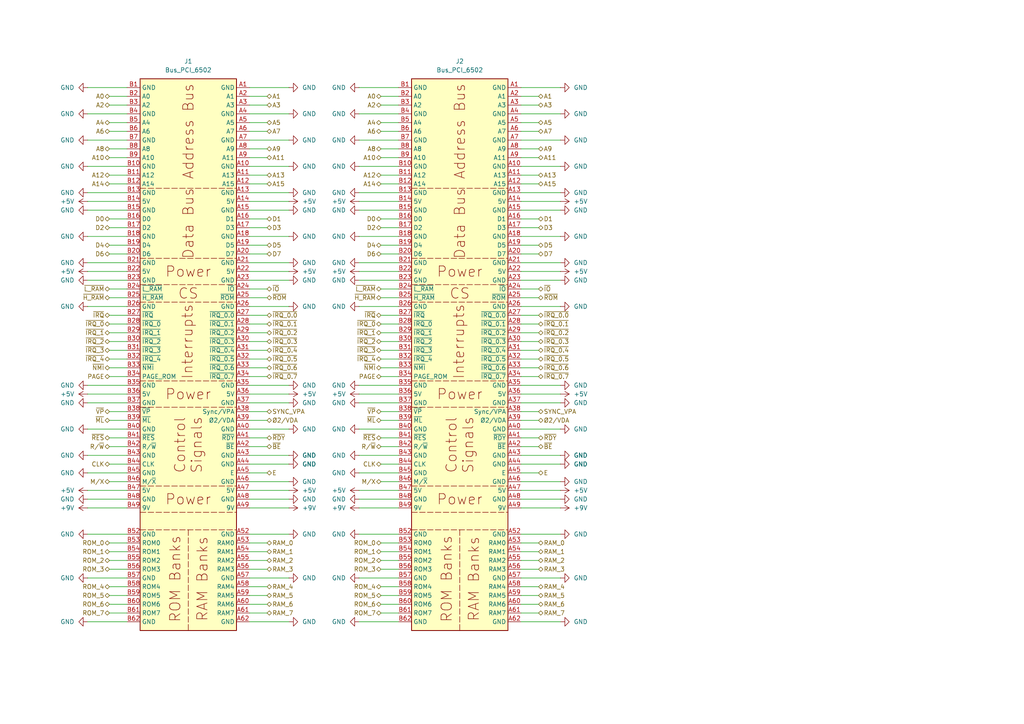
<source format=kicad_sch>
(kicad_sch (version 20231120) (generator "eeschema") (generator_version "8.0")
  (paper "A4")
  (lib_symbols
    (symbol "6502:Bus_PCI_6502"
      (property "Reference" "J" (at 5.08 80.01 0))
      (property "Value" "Bus_PCI_6502" (at 5.08 -82.55 0))
      (symbol "Bus_PCI_6502_1_1"
        (text "Address Bus" (at 0 63.5 900) (effects (font (size 3 3))))
        (text "Control\nSignals" (at 0 -27.432 900) (effects (font (size 3 3))))
        (text "CS" (at 0 16.51 0) (effects (font (size 3 3))))
        (text "Data Bus" (at 0 36.83 900) (effects (font (size 3 3))))
        (text "Interrupts" (at -0.254 2.54 900) (effects (font (size 3 3))))
        (text "Power" (at 0 -43.18 0) (effects (font (size 3 3))))
        (text "Power" (at 0 -12.7 0) (effects (font (size 3 3))))
        (text "Power" (at 0 22.86 0) (effects (font (size 3 3))))
        (text "RAM Banks" (at 4.064 -66.294 900) (effects (font (size 3 3))))
        (text "ROM Banks" (at -3.81 -66.294 900) (effects (font (size 3 3))))
        (pin power_in line (at 17.78 76.2 180) (length 3.81) (name "GND") (number "A1"))
        (pin power_in line (at 17.78 53.34 180) (length 3.81) (name "GND") (number "A10"))
        (pin bidirectional line (at 17.78 50.8 180) (length 3.81) (name "A13") (number "A11"))
        (pin bidirectional line (at 17.78 48.26 180) (length 3.81) (name "A15") (number "A12"))
        (pin power_in line (at 17.78 45.72 180) (length 3.81) (name "GND") (number "A13"))
        (pin power_in line (at 17.78 43.18 180) (length 3.81) (name "5V") (number "A14"))
        (pin power_in line (at 17.78 40.64 180) (length 3.81) (name "GND") (number "A15"))
        (pin bidirectional line (at 17.78 38.1 180) (length 3.81) (name "D1") (number "A16"))
        (pin bidirectional line (at 17.78 35.56 180) (length 3.81) (name "D3") (number "A17"))
        (pin power_in line (at 17.78 33.02 180) (length 3.81) (name "GND") (number "A18"))
        (pin bidirectional line (at 17.78 30.48 180) (length 3.81) (name "D5") (number "A19"))
        (pin bidirectional line (at 17.78 73.66 180) (length 3.81) (name "A1") (number "A2"))
        (pin bidirectional line (at 17.78 27.94 180) (length 3.81) (name "D7") (number "A20"))
        (pin power_in line (at 17.78 25.4 180) (length 3.81) (name "GND") (number "A21"))
        (pin power_in line (at 17.78 22.86 180) (length 3.81) (name "5V") (number "A22"))
        (pin power_in line (at 17.78 20.32 180) (length 3.81) (name "GND") (number "A23"))
        (pin bidirectional line (at 17.78 17.78 180) (length 3.81) (name "~{IO}") (number "A24"))
        (pin bidirectional line (at 17.78 15.24 180) (length 3.81) (name "~{ROM}") (number "A25"))
        (pin power_in line (at 17.78 12.7 180) (length 3.81) (name "GND") (number "A26"))
        (pin input line (at 17.78 10.16 180) (length 3.81) (name "~{IRQ_0.0}") (number "A27"))
        (pin input line (at 17.78 7.62 180) (length 3.81) (name "~{IRQ_0.1}") (number "A28"))
        (pin input line (at 17.78 5.08 180) (length 3.81) (name "~{IRQ_0.2}") (number "A29"))
        (pin bidirectional line (at 17.78 71.12 180) (length 3.81) (name "A3") (number "A3"))
        (pin input line (at 17.78 2.54 180) (length 3.81) (name "~{IRQ_0.3}") (number "A30"))
        (pin input line (at 17.78 0 180) (length 3.81) (name "~{IRQ_0.4}") (number "A31"))
        (pin input line (at 17.78 -2.54 180) (length 3.81) (name "~{IRQ_0.5}") (number "A32"))
        (pin input line (at 17.78 -5.08 180) (length 3.81) (name "~{IRQ_0.6}") (number "A33"))
        (pin input line (at 17.78 -7.62 180) (length 3.81) (name "~{IRQ_0.7}") (number "A34"))
        (pin power_in line (at 17.78 -10.16 180) (length 3.81) (name "GND") (number "A35"))
        (pin power_in line (at 17.78 -12.7 180) (length 3.81) (name "5V") (number "A36"))
        (pin power_in line (at 17.78 -15.24 180) (length 3.81) (name "GND") (number "A37"))
        (pin bidirectional line (at 17.78 -17.78 180) (length 3.81) (name "Sync/VPA") (number "A38"))
        (pin bidirectional line (at 17.78 -20.32 180) (length 3.81) (name "Ø2/VDA") (number "A39"))
        (pin power_in line (at 17.78 68.58 180) (length 3.81) (name "GND") (number "A4"))
        (pin power_in line (at 17.78 -22.86 180) (length 3.81) (name "GND") (number "A40"))
        (pin input line (at 17.78 -25.4 180) (length 3.81) (name "~{RDY}") (number "A41"))
        (pin input line (at 17.78 -27.94 180) (length 3.81) (name "~{BE}") (number "A42"))
        (pin power_in line (at 17.78 -30.48 180) (length 3.81) (name "GND") (number "A43"))
        (pin power_in line (at 17.78 -33.02 180) (length 3.81) (name "GND") (number "A44"))
        (pin output line (at 17.78 -35.56 180) (length 3.81) (name "E") (number "A45"))
        (pin power_in line (at 17.78 -38.1 180) (length 3.81) (name "GND") (number "A46"))
        (pin power_in line (at 17.78 -40.64 180) (length 3.81) (name "5V") (number "A47"))
        (pin power_in line (at 17.78 -43.18 180) (length 3.81) (name "GND") (number "A48"))
        (pin power_in line (at 17.78 -45.72 180) (length 3.81) (name "9V") (number "A49"))
        (pin bidirectional line (at 17.78 66.04 180) (length 3.81) (name "A5") (number "A5"))
        (pin power_in line (at 17.78 -53.34 180) (length 3.81) (name "GND") (number "A52"))
        (pin bidirectional line (at 17.78 -55.88 180) (length 3.81) (name "RAM0") (number "A53"))
        (pin bidirectional line (at 17.78 -58.42 180) (length 3.81) (name "RAM1") (number "A54"))
        (pin bidirectional line (at 17.78 -60.96 180) (length 3.81) (name "RAM2") (number "A55"))
        (pin bidirectional line (at 17.78 -63.5 180) (length 3.81) (name "RAM3") (number "A56"))
        (pin power_in line (at 17.78 -66.04 180) (length 3.81) (name "GND") (number "A57"))
        (pin bidirectional line (at 17.78 -68.58 180) (length 3.81) (name "RAM4") (number "A58"))
        (pin bidirectional line (at 17.78 -71.12 180) (length 3.81) (name "RAM5") (number "A59"))
        (pin bidirectional line (at 17.78 63.5 180) (length 3.81) (name "A7") (number "A6"))
        (pin bidirectional line (at 17.78 -73.66 180) (length 3.81) (name "RAM6") (number "A60"))
        (pin bidirectional line (at 17.78 -76.2 180) (length 3.81) (name "RAM7") (number "A61"))
        (pin power_in line (at 17.78 -78.74 180) (length 3.81) (name "GND") (number "A62"))
        (pin power_in line (at 17.78 60.96 180) (length 3.81) (name "GND") (number "A7"))
        (pin bidirectional line (at 17.78 58.42 180) (length 3.81) (name "A9") (number "A8"))
        (pin bidirectional line (at 17.78 55.88 180) (length 3.81) (name "A11") (number "A9"))
        (pin power_in line (at -17.78 76.2 0) (length 3.81) (name "GND") (number "B1"))
        (pin power_in line (at -17.78 53.34 0) (length 3.81) (name "GND") (number "B10"))
        (pin bidirectional line (at -17.78 50.8 0) (length 3.81) (name "A12") (number "B11"))
        (pin bidirectional line (at -17.78 48.26 0) (length 3.81) (name "A14") (number "B12"))
        (pin power_in line (at -17.78 45.72 0) (length 3.81) (name "GND") (number "B13"))
        (pin power_in line (at -17.78 43.18 0) (length 3.81) (name "5V") (number "B14"))
        (pin power_in line (at -17.78 40.64 0) (length 3.81) (name "GND") (number "B15"))
        (pin bidirectional line (at -17.78 38.1 0) (length 3.81) (name "D0") (number "B16"))
        (pin bidirectional line (at -17.78 35.56 0) (length 3.81) (name "D2") (number "B17"))
        (pin power_in line (at -17.78 33.02 0) (length 3.81) (name "GND") (number "B18"))
        (pin bidirectional line (at -17.78 30.48 0) (length 3.81) (name "D4") (number "B19"))
        (pin bidirectional line (at -17.78 73.66 0) (length 3.81) (name "A0") (number "B2"))
        (pin bidirectional line (at -17.78 27.94 0) (length 3.81) (name "D6") (number "B20"))
        (pin power_in line (at -17.78 25.4 0) (length 3.81) (name "GND") (number "B21"))
        (pin power_in line (at -17.78 22.86 0) (length 3.81) (name "5V") (number "B22"))
        (pin power_in line (at -17.78 20.32 0) (length 3.81) (name "GND") (number "B23"))
        (pin bidirectional line (at -17.78 17.78 0) (length 3.81) (name "~{L_RAM}") (number "B24"))
        (pin bidirectional line (at -17.78 15.24 0) (length 3.81) (name "~{H_RAM}") (number "B25"))
        (pin power_in line (at -17.78 12.7 0) (length 3.81) (name "GND") (number "B26"))
        (pin input line (at -17.78 10.16 0) (length 3.81) (name "~{IRQ}") (number "B27"))
        (pin input line (at -17.78 7.62 0) (length 3.81) (name "~{IRQ_0}") (number "B28"))
        (pin input line (at -17.78 5.08 0) (length 3.81) (name "~{IRQ_1}") (number "B29"))
        (pin bidirectional line (at -17.78 71.12 0) (length 3.81) (name "A2") (number "B3"))
        (pin input line (at -17.78 2.54 0) (length 3.81) (name "~{IRQ_2}") (number "B30"))
        (pin input line (at -17.78 0 0) (length 3.81) (name "~{IRQ_3}") (number "B31"))
        (pin input line (at -17.78 -2.54 0) (length 3.81) (name "~{IRQ_4}") (number "B32"))
        (pin input line (at -17.78 -5.08 0) (length 3.81) (name "~{NMI}") (number "B33"))
        (pin output line (at -17.78 -7.62 0) (length 3.81) (name "PAGE_ROM") (number "B34"))
        (pin power_in line (at -17.78 -10.16 0) (length 3.81) (name "GND") (number "B35"))
        (pin power_in line (at -17.78 -12.7 0) (length 3.81) (name "5V") (number "B36"))
        (pin power_in line (at -17.78 -15.24 0) (length 3.81) (name "GND") (number "B37"))
        (pin bidirectional line (at -17.78 -17.78 0) (length 3.81) (name "~{VP}") (number "B38"))
        (pin bidirectional line (at -17.78 -20.32 0) (length 3.81) (name "~{ML}") (number "B39"))
        (pin power_in line (at -17.78 68.58 0) (length 3.81) (name "GND") (number "B4"))
        (pin power_in line (at -17.78 -22.86 0) (length 3.81) (name "GND") (number "B40"))
        (pin input line (at -17.78 -25.4 0) (length 3.81) (name "~{RES}") (number "B41"))
        (pin bidirectional line (at -17.78 -27.94 0) (length 3.81) (name "R/~{W}") (number "B42"))
        (pin power_in line (at -17.78 -30.48 0) (length 3.81) (name "GND") (number "B43"))
        (pin bidirectional line (at -17.78 -33.02 0) (length 3.81) (name "CLK") (number "B44"))
        (pin power_in line (at -17.78 -35.56 0) (length 3.81) (name "GND") (number "B45"))
        (pin bidirectional line (at -17.78 -38.1 0) (length 3.81) (name "M/~{X}") (number "B46"))
        (pin power_in line (at -17.78 -40.64 0) (length 3.81) (name "5V") (number "B47"))
        (pin power_in line (at -17.78 -43.18 0) (length 3.81) (name "GND") (number "B48"))
        (pin power_in line (at -17.78 -45.72 0) (length 3.81) (name "9V") (number "B49"))
        (pin bidirectional line (at -17.78 66.04 0) (length 3.81) (name "A4") (number "B5"))
        (pin power_in line (at -17.78 -53.34 0) (length 3.81) (name "GND") (number "B52"))
        (pin bidirectional line (at -17.78 -55.88 0) (length 3.81) (name "ROM0") (number "B53"))
        (pin bidirectional line (at -17.78 -58.42 0) (length 3.81) (name "ROM1") (number "B54"))
        (pin bidirectional line (at -17.78 -60.96 0) (length 3.81) (name "ROM2") (number "B55"))
        (pin bidirectional line (at -17.78 -63.5 0) (length 3.81) (name "ROM3") (number "B56"))
        (pin power_in line (at -17.78 -66.04 0) (length 3.81) (name "GND") (number "B57"))
        (pin bidirectional line (at -17.78 -68.58 0) (length 3.81) (name "ROM4") (number "B58"))
        (pin bidirectional line (at -17.78 -71.12 0) (length 3.81) (name "ROM5") (number "B59"))
        (pin bidirectional line (at -17.78 63.5 0) (length 3.81) (name "A6") (number "B6"))
        (pin bidirectional line (at -17.78 -73.66 0) (length 3.81) (name "ROM6") (number "B60"))
        (pin bidirectional line (at -17.78 -76.2 0) (length 3.81) (name "ROM7") (number "B61"))
        (pin power_in line (at -17.78 -78.74 0) (length 3.81) (name "GND") (number "B62"))
        (pin power_in line (at -17.78 60.96 0) (length 3.81) (name "GND") (number "B7"))
        (pin bidirectional line (at -17.78 58.42 0) (length 3.81) (name "A8") (number "B8"))
        (pin bidirectional line (at -17.78 55.88 0) (length 3.81) (name "A10") (number "B9"))
      )
    )
    (symbol "power:+5V" (power) (pin_numbers hide) (pin_names (offset 0) hide)
      (property "Value" "+5V" (at 0 3.556 0))
      (symbol "+5V_1_1"
        (pin power_in line (at 0 0 90) (length 0) (name "~") (number "1"))
      )
    )
    (symbol "power:+9V" (power) (pin_numbers hide) (pin_names (offset 0) hide)
      (property "Value" "+9V" (at 0 3.556 0))
      (symbol "+9V_1_1"
        (pin power_in line (at 0 0 90) (length 0) (name "~") (number "1"))
      )
    )
    (symbol "power:GND" (power) (pin_numbers hide) (pin_names (offset 0) hide)
      (property "Value" "GND" (at 0 -3.81 0))
      (symbol "GND_1_1"
        (pin power_in line (at 0 0 270) (length 0) (name "~") (number "1"))
      )
    )
  )
  (wire (pts (xy 162.56 58.42) (xy 151.13 58.42)))
  (wire (pts (xy 110.49 73.66) (xy 115.57 73.66)))
  (wire (pts (xy 156.21 27.94) (xy 151.13 27.94)))
  (wire (pts (xy 77.47 106.68) (xy 72.39 106.68)))
  (wire (pts (xy 162.56 88.9) (xy 151.13 88.9)))
  (wire (pts (xy 77.47 121.92) (xy 72.39 121.92)))
  (wire (pts (xy 25.4 78.74) (xy 36.83 78.74)))
  (wire (pts (xy 110.49 38.1) (xy 115.57 38.1)))
  (wire (pts (xy 162.56 116.84) (xy 151.13 116.84)))
  (wire (pts (xy 162.56 142.24) (xy 151.13 142.24)))
  (wire (pts (xy 77.47 104.14) (xy 72.39 104.14)))
  (wire (pts (xy 77.47 93.98) (xy 72.39 93.98)))
  (wire (pts (xy 25.4 132.08) (xy 36.83 132.08)))
  (wire (pts (xy 31.75 63.5) (xy 36.83 63.5)))
  (wire (pts (xy 83.82 78.74) (xy 72.39 78.74)))
  (wire (pts (xy 25.4 147.32) (xy 36.83 147.32)))
  (wire (pts (xy 110.49 99.06) (xy 115.57 99.06)))
  (wire (pts (xy 156.21 35.56) (xy 151.13 35.56)))
  (wire (pts (xy 104.14 48.26) (xy 115.57 48.26)))
  (wire (pts (xy 156.21 137.16) (xy 151.13 137.16)))
  (wire (pts (xy 110.49 134.62) (xy 115.57 134.62)))
  (wire (pts (xy 156.21 96.52) (xy 151.13 96.52)))
  (wire (pts (xy 83.82 76.2) (xy 72.39 76.2)))
  (wire (pts (xy 31.75 121.92) (xy 36.83 121.92)))
  (wire (pts (xy 162.56 139.7) (xy 151.13 139.7)))
  (wire (pts (xy 110.49 50.8) (xy 115.57 50.8)))
  (wire (pts (xy 162.56 124.46) (xy 151.13 124.46)))
  (wire (pts (xy 31.75 73.66) (xy 36.83 73.66)))
  (wire (pts (xy 162.56 33.02) (xy 151.13 33.02)))
  (wire (pts (xy 104.14 111.76) (xy 115.57 111.76)))
  (wire (pts (xy 110.49 170.18) (xy 115.57 170.18)))
  (wire (pts (xy 104.14 60.96) (xy 115.57 60.96)))
  (wire (pts (xy 156.21 91.44) (xy 151.13 91.44)))
  (wire (pts (xy 104.14 132.08) (xy 115.57 132.08)))
  (wire (pts (xy 104.14 58.42) (xy 115.57 58.42)))
  (wire (pts (xy 156.21 30.48) (xy 151.13 30.48)))
  (wire (pts (xy 156.21 86.36) (xy 151.13 86.36)))
  (wire (pts (xy 31.75 50.8) (xy 36.83 50.8)))
  (wire (pts (xy 104.14 180.34) (xy 115.57 180.34)))
  (wire (pts (xy 31.75 45.72) (xy 36.83 45.72)))
  (wire (pts (xy 25.4 76.2) (xy 36.83 76.2)))
  (wire (pts (xy 162.56 167.64) (xy 151.13 167.64)))
  (wire (pts (xy 77.47 53.34) (xy 72.39 53.34)))
  (wire (pts (xy 162.56 132.08) (xy 151.13 132.08)))
  (wire (pts (xy 110.49 129.54) (xy 115.57 129.54)))
  (wire (pts (xy 83.82 68.58) (xy 72.39 68.58)))
  (wire (pts (xy 156.21 127) (xy 151.13 127)))
  (wire (pts (xy 77.47 43.18) (xy 72.39 43.18)))
  (wire (pts (xy 110.49 104.14) (xy 115.57 104.14)))
  (wire (pts (xy 162.56 40.64) (xy 151.13 40.64)))
  (wire (pts (xy 31.75 101.6) (xy 36.83 101.6)))
  (wire (pts (xy 83.82 134.62) (xy 72.39 134.62)))
  (wire (pts (xy 25.4 40.64) (xy 36.83 40.64)))
  (wire (pts (xy 25.4 55.88) (xy 36.83 55.88)))
  (wire (pts (xy 31.75 157.48) (xy 36.83 157.48)))
  (wire (pts (xy 104.14 78.74) (xy 115.57 78.74)))
  (wire (pts (xy 156.21 129.54) (xy 151.13 129.54)))
  (wire (pts (xy 31.75 71.12) (xy 36.83 71.12)))
  (wire (pts (xy 31.75 30.48) (xy 36.83 30.48)))
  (wire (pts (xy 77.47 96.52) (xy 72.39 96.52)))
  (wire (pts (xy 77.47 86.36) (xy 72.39 86.36)))
  (wire (pts (xy 83.82 147.32) (xy 72.39 147.32)))
  (wire (pts (xy 31.75 162.56) (xy 36.83 162.56)))
  (wire (pts (xy 31.75 172.72) (xy 36.83 172.72)))
  (wire (pts (xy 25.4 81.28) (xy 36.83 81.28)))
  (wire (pts (xy 156.21 175.26) (xy 151.13 175.26)))
  (wire (pts (xy 83.82 60.96) (xy 72.39 60.96)))
  (wire (pts (xy 110.49 157.48) (xy 115.57 157.48)))
  (wire (pts (xy 77.47 35.56) (xy 72.39 35.56)))
  (wire (pts (xy 110.49 30.48) (xy 115.57 30.48)))
  (wire (pts (xy 104.14 68.58) (xy 115.57 68.58)))
  (wire (pts (xy 31.75 127) (xy 36.83 127)))
  (wire (pts (xy 25.4 88.9) (xy 36.83 88.9)))
  (wire (pts (xy 162.56 114.3) (xy 151.13 114.3)))
  (wire (pts (xy 77.47 162.56) (xy 72.39 162.56)))
  (wire (pts (xy 77.47 30.48) (xy 72.39 30.48)))
  (wire (pts (xy 110.49 160.02) (xy 115.57 160.02)))
  (wire (pts (xy 83.82 144.78) (xy 72.39 144.78)))
  (wire (pts (xy 156.21 66.04) (xy 151.13 66.04)))
  (wire (pts (xy 77.47 73.66) (xy 72.39 73.66)))
  (wire (pts (xy 104.14 167.64) (xy 115.57 167.64)))
  (wire (pts (xy 77.47 83.82) (xy 72.39 83.82)))
  (wire (pts (xy 31.75 119.38) (xy 36.83 119.38)))
  (wire (pts (xy 162.56 78.74) (xy 151.13 78.74)))
  (wire (pts (xy 156.21 99.06) (xy 151.13 99.06)))
  (wire (pts (xy 31.75 66.04) (xy 36.83 66.04)))
  (wire (pts (xy 77.47 71.12) (xy 72.39 71.12)))
  (wire (pts (xy 156.21 83.82) (xy 151.13 83.82)))
  (wire (pts (xy 25.4 33.02) (xy 36.83 33.02)))
  (wire (pts (xy 162.56 76.2) (xy 151.13 76.2)))
  (wire (pts (xy 156.21 109.22) (xy 151.13 109.22)))
  (wire (pts (xy 83.82 111.76) (xy 72.39 111.76)))
  (wire (pts (xy 110.49 162.56) (xy 115.57 162.56)))
  (wire (pts (xy 83.82 81.28) (xy 72.39 81.28)))
  (wire (pts (xy 31.75 99.06) (xy 36.83 99.06)))
  (wire (pts (xy 83.82 132.08) (xy 72.39 132.08)))
  (wire (pts (xy 162.56 134.62) (xy 151.13 134.62)))
  (wire (pts (xy 110.49 175.26) (xy 115.57 175.26)))
  (wire (pts (xy 83.82 33.02) (xy 72.39 33.02)))
  (wire (pts (xy 77.47 170.18) (xy 72.39 170.18)))
  (wire (pts (xy 162.56 180.34) (xy 151.13 180.34)))
  (wire (pts (xy 31.75 104.14) (xy 36.83 104.14)))
  (wire (pts (xy 31.75 91.44) (xy 36.83 91.44)))
  (wire (pts (xy 25.4 68.58) (xy 36.83 68.58)))
  (wire (pts (xy 31.75 177.8) (xy 36.83 177.8)))
  (wire (pts (xy 31.75 38.1) (xy 36.83 38.1)))
  (wire (pts (xy 110.49 63.5) (xy 115.57 63.5)))
  (wire (pts (xy 83.82 88.9) (xy 72.39 88.9)))
  (wire (pts (xy 156.21 165.1) (xy 151.13 165.1)))
  (wire (pts (xy 162.56 48.26) (xy 151.13 48.26)))
  (wire (pts (xy 156.21 45.72) (xy 151.13 45.72)))
  (wire (pts (xy 25.4 116.84) (xy 36.83 116.84)))
  (wire (pts (xy 25.4 58.42) (xy 36.83 58.42)))
  (wire (pts (xy 83.82 58.42) (xy 72.39 58.42)))
  (wire (pts (xy 156.21 73.66) (xy 151.13 73.66)))
  (wire (pts (xy 25.4 180.34) (xy 36.83 180.34)))
  (wire (pts (xy 31.75 160.02) (xy 36.83 160.02)))
  (wire (pts (xy 156.21 172.72) (xy 151.13 172.72)))
  (wire (pts (xy 31.75 134.62) (xy 36.83 134.62)))
  (wire (pts (xy 25.4 142.24) (xy 36.83 142.24)))
  (wire (pts (xy 110.49 91.44) (xy 115.57 91.44)))
  (wire (pts (xy 110.49 45.72) (xy 115.57 45.72)))
  (wire (pts (xy 110.49 83.82) (xy 115.57 83.82)))
  (wire (pts (xy 25.4 111.76) (xy 36.83 111.76)))
  (wire (pts (xy 110.49 35.56) (xy 115.57 35.56)))
  (wire (pts (xy 77.47 175.26) (xy 72.39 175.26)))
  (wire (pts (xy 83.82 55.88) (xy 72.39 55.88)))
  (wire (pts (xy 83.82 124.46) (xy 72.39 124.46)))
  (wire (pts (xy 77.47 129.54) (xy 72.39 129.54)))
  (wire (pts (xy 110.49 86.36) (xy 115.57 86.36)))
  (wire (pts (xy 83.82 142.24) (xy 72.39 142.24)))
  (wire (pts (xy 77.47 101.6) (xy 72.39 101.6)))
  (wire (pts (xy 104.14 142.24) (xy 115.57 142.24)))
  (wire (pts (xy 110.49 172.72) (xy 115.57 172.72)))
  (wire (pts (xy 162.56 154.94) (xy 151.13 154.94)))
  (wire (pts (xy 104.14 88.9) (xy 115.57 88.9)))
  (wire (pts (xy 104.14 33.02) (xy 115.57 33.02)))
  (wire (pts (xy 110.49 165.1) (xy 115.57 165.1)))
  (wire (pts (xy 104.14 144.78) (xy 115.57 144.78)))
  (wire (pts (xy 83.82 40.64) (xy 72.39 40.64)))
  (wire (pts (xy 104.14 116.84) (xy 115.57 116.84)))
  (wire (pts (xy 83.82 180.34) (xy 72.39 180.34)))
  (wire (pts (xy 31.75 106.68) (xy 36.83 106.68)))
  (wire (pts (xy 25.4 167.64) (xy 36.83 167.64)))
  (wire (pts (xy 25.4 137.16) (xy 36.83 137.16)))
  (wire (pts (xy 104.14 147.32) (xy 115.57 147.32)))
  (wire (pts (xy 110.49 66.04) (xy 115.57 66.04)))
  (wire (pts (xy 110.49 71.12) (xy 115.57 71.12)))
  (wire (pts (xy 77.47 157.48) (xy 72.39 157.48)))
  (wire (pts (xy 77.47 127) (xy 72.39 127)))
  (wire (pts (xy 162.56 81.28) (xy 151.13 81.28)))
  (wire (pts (xy 104.14 137.16) (xy 115.57 137.16)))
  (wire (pts (xy 162.56 60.96) (xy 151.13 60.96)))
  (wire (pts (xy 110.49 101.6) (xy 115.57 101.6)))
  (wire (pts (xy 156.21 63.5) (xy 151.13 63.5)))
  (wire (pts (xy 110.49 121.92) (xy 115.57 121.92)))
  (wire (pts (xy 110.49 139.7) (xy 115.57 139.7)))
  (wire (pts (xy 104.14 124.46) (xy 115.57 124.46)))
  (wire (pts (xy 25.4 114.3) (xy 36.83 114.3)))
  (wire (pts (xy 156.21 71.12) (xy 151.13 71.12)))
  (wire (pts (xy 104.14 154.94) (xy 115.57 154.94)))
  (wire (pts (xy 104.14 40.64) (xy 115.57 40.64)))
  (wire (pts (xy 156.21 177.8) (xy 151.13 177.8)))
  (wire (pts (xy 83.82 48.26) (xy 72.39 48.26)))
  (wire (pts (xy 25.4 48.26) (xy 36.83 48.26)))
  (wire (pts (xy 156.21 121.92) (xy 151.13 121.92)))
  (wire (pts (xy 25.4 124.46) (xy 36.83 124.46)))
  (wire (pts (xy 83.82 154.94) (xy 72.39 154.94)))
  (wire (pts (xy 156.21 93.98) (xy 151.13 93.98)))
  (wire (pts (xy 162.56 25.4) (xy 151.13 25.4)))
  (wire (pts (xy 77.47 160.02) (xy 72.39 160.02)))
  (wire (pts (xy 31.75 53.34) (xy 36.83 53.34)))
  (wire (pts (xy 110.49 119.38) (xy 115.57 119.38)))
  (wire (pts (xy 162.56 55.88) (xy 151.13 55.88)))
  (wire (pts (xy 156.21 170.18) (xy 151.13 170.18)))
  (wire (pts (xy 77.47 91.44) (xy 72.39 91.44)))
  (wire (pts (xy 83.82 25.4) (xy 72.39 25.4)))
  (wire (pts (xy 110.49 127) (xy 115.57 127)))
  (wire (pts (xy 31.75 27.94) (xy 36.83 27.94)))
  (wire (pts (xy 31.75 175.26) (xy 36.83 175.26)))
  (wire (pts (xy 110.49 96.52) (xy 115.57 96.52)))
  (wire (pts (xy 77.47 109.22) (xy 72.39 109.22)))
  (wire (pts (xy 25.4 25.4) (xy 36.83 25.4)))
  (wire (pts (xy 77.47 99.06) (xy 72.39 99.06)))
  (wire (pts (xy 31.75 139.7) (xy 36.83 139.7)))
  (wire (pts (xy 156.21 50.8) (xy 151.13 50.8)))
  (wire (pts (xy 31.75 93.98) (xy 36.83 93.98)))
  (wire (pts (xy 31.75 83.82) (xy 36.83 83.82)))
  (wire (pts (xy 162.56 68.58) (xy 151.13 68.58)))
  (wire (pts (xy 83.82 139.7) (xy 72.39 139.7)))
  (wire (pts (xy 77.47 177.8) (xy 72.39 177.8)))
  (wire (pts (xy 31.75 129.54) (xy 36.83 129.54)))
  (wire (pts (xy 77.47 63.5) (xy 72.39 63.5)))
  (wire (pts (xy 156.21 157.48) (xy 151.13 157.48)))
  (wire (pts (xy 162.56 147.32) (xy 151.13 147.32)))
  (wire (pts (xy 104.14 25.4) (xy 115.57 25.4)))
  (wire (pts (xy 77.47 45.72) (xy 72.39 45.72)))
  (wire (pts (xy 156.21 38.1) (xy 151.13 38.1)))
  (wire (pts (xy 110.49 106.68) (xy 115.57 106.68)))
  (wire (pts (xy 31.75 86.36) (xy 36.83 86.36)))
  (wire (pts (xy 77.47 137.16) (xy 72.39 137.16)))
  (wire (pts (xy 31.75 170.18) (xy 36.83 170.18)))
  (wire (pts (xy 31.75 96.52) (xy 36.83 96.52)))
  (wire (pts (xy 77.47 119.38) (xy 72.39 119.38)))
  (wire (pts (xy 156.21 104.14) (xy 151.13 104.14)))
  (wire (pts (xy 31.75 165.1) (xy 36.83 165.1)))
  (wire (pts (xy 31.75 43.18) (xy 36.83 43.18)))
  (wire (pts (xy 77.47 66.04) (xy 72.39 66.04)))
  (wire (pts (xy 156.21 101.6) (xy 151.13 101.6)))
  (wire (pts (xy 77.47 165.1) (xy 72.39 165.1)))
  (wire (pts (xy 77.47 172.72) (xy 72.39 172.72)))
  (wire (pts (xy 156.21 162.56) (xy 151.13 162.56)))
  (wire (pts (xy 156.21 106.68) (xy 151.13 106.68)))
  (wire (pts (xy 162.56 144.78) (xy 151.13 144.78)))
  (wire (pts (xy 156.21 43.18) (xy 151.13 43.18)))
  (wire (pts (xy 156.21 53.34) (xy 151.13 53.34)))
  (wire (pts (xy 110.49 43.18) (xy 115.57 43.18)))
  (wire (pts (xy 31.75 109.22) (xy 36.83 109.22)))
  (wire (pts (xy 110.49 93.98) (xy 115.57 93.98)))
  (wire (pts (xy 83.82 167.64) (xy 72.39 167.64)))
  (wire (pts (xy 25.4 60.96) (xy 36.83 60.96)))
  (wire (pts (xy 83.82 116.84) (xy 72.39 116.84)))
  (wire (pts (xy 104.14 114.3) (xy 115.57 114.3)))
  (wire (pts (xy 25.4 154.94) (xy 36.83 154.94)))
  (wire (pts (xy 110.49 53.34) (xy 115.57 53.34)))
  (wire (pts (xy 77.47 38.1) (xy 72.39 38.1)))
  (wire (pts (xy 110.49 177.8) (xy 115.57 177.8)))
  (wire (pts (xy 104.14 55.88) (xy 115.57 55.88)))
  (wire (pts (xy 156.21 119.38) (xy 151.13 119.38)))
  (wire (pts (xy 156.21 160.02) (xy 151.13 160.02)))
  (wire (pts (xy 104.14 81.28) (xy 115.57 81.28)))
  (wire (pts (xy 31.75 35.56) (xy 36.83 35.56)))
  (wire (pts (xy 77.47 27.94) (xy 72.39 27.94)))
  (wire (pts (xy 110.49 27.94) (xy 115.57 27.94)))
  (wire (pts (xy 162.56 111.76) (xy 151.13 111.76)))
  (wire (pts (xy 110.49 109.22) (xy 115.57 109.22)))
  (wire (pts (xy 77.47 50.8) (xy 72.39 50.8)))
  (wire (pts (xy 25.4 144.78) (xy 36.83 144.78)))
  (wire (pts (xy 83.82 114.3) (xy 72.39 114.3)))
  (wire (pts (xy 104.14 76.2) (xy 115.57 76.2)))
  (hierarchical_label "~{NMI}" (shape bidirectional) (at 31.75 106.68 180))
  (hierarchical_label "~{IRQ_2}" (shape bidirectional) (at 110.49 99.06 180))
  (hierarchical_label "A4" (shape bidirectional) (at 31.75 35.56 180))
  (hierarchical_label "D1" (shape bidirectional) (at 77.47 63.5 0))
  (hierarchical_label "A14" (shape bidirectional) (at 110.49 53.34 180))
  (hierarchical_label "ROM_1" (shape bidirectional) (at 31.75 160.02 180))
  (hierarchical_label "~{IRQ_0.0}" (shape bidirectional) (at 77.47 91.44 0))
  (hierarchical_label "~{RDY}" (shape bidirectional) (at 77.47 127 0))
  (hierarchical_label "A6" (shape bidirectional) (at 110.49 38.1 180))
  (hierarchical_label "M{slash}X" (shape bidirectional) (at 31.75 139.7 180))
  (hierarchical_label "RAM_6" (shape bidirectional) (at 77.47 175.26 0))
  (hierarchical_label "E" (shape bidirectional) (at 77.47 137.16 0))
  (hierarchical_label "~{ROM}" (shape bidirectional) (at 156.21 86.36 0))
  (hierarchical_label "RAM_3" (shape bidirectional) (at 77.47 165.1 0))
  (hierarchical_label "~{H_RAM}" (shape bidirectional) (at 31.75 86.36 180))
  (hierarchical_label "CLK" (shape bidirectional) (at 110.49 134.62 180))
  (hierarchical_label "~{VP}" (shape bidirectional) (at 110.49 119.38 180))
  (hierarchical_label "A13" (shape bidirectional) (at 77.47 50.8 0))
  (hierarchical_label "A9" (shape bidirectional) (at 156.21 43.18 0))
  (hierarchical_label "~{IRQ_0.6}" (shape bidirectional) (at 77.47 106.68 0))
  (hierarchical_label "A10" (shape bidirectional) (at 110.49 45.72 180))
  (hierarchical_label "~{IRQ_4}" (shape bidirectional) (at 31.75 104.14 180))
  (hierarchical_label "A2" (shape bidirectional) (at 31.75 30.48 180))
  (hierarchical_label "~{IRQ_0.2}" (shape bidirectional) (at 77.47 96.52 0))
  (hierarchical_label "~{IRQ_0.1}" (shape bidirectional) (at 156.21 93.98 0))
  (hierarchical_label "D3" (shape bidirectional) (at 77.47 66.04 0))
  (hierarchical_label "RAM_1" (shape bidirectional) (at 156.21 160.02 0))
  (hierarchical_label "~{IRQ_0.5}" (shape bidirectional) (at 156.21 104.14 0))
  (hierarchical_label "~{RDY}" (shape bidirectional) (at 156.21 127 0))
  (hierarchical_label "RAM_2" (shape bidirectional) (at 77.47 162.56 0))
  (hierarchical_label "ROM_5" (shape bidirectional) (at 110.49 172.72 180))
  (hierarchical_label "D6" (shape bidirectional) (at 31.75 73.66 180))
  (hierarchical_label "A1" (shape bidirectional) (at 77.47 27.94 0))
  (hierarchical_label "RAM_7" (shape bidirectional) (at 77.47 177.8 0))
  (hierarchical_label "A7" (shape bidirectional) (at 77.47 38.1 0))
  (hierarchical_label "D2" (shape bidirectional) (at 110.49 66.04 180))
  (hierarchical_label "~{H_RAM}" (shape bidirectional) (at 110.49 86.36 180))
  (hierarchical_label "~{IRQ_0}" (shape bidirectional) (at 110.49 93.98 180))
  (hierarchical_label "A5" (shape bidirectional) (at 156.21 35.56 0))
  (hierarchical_label "A3" (shape bidirectional) (at 77.47 30.48 0))
  (hierarchical_label "A8" (shape bidirectional) (at 31.75 43.18 180))
  (hierarchical_label "D7" (shape bidirectional) (at 77.47 73.66 0))
  (hierarchical_label "A11" (shape bidirectional) (at 77.47 45.72 0))
  (hierarchical_label "A15" (shape bidirectional) (at 156.21 53.34 0))
  (hierarchical_label "~{ML}" (shape bidirectional) (at 31.75 121.92 180))
  (hierarchical_label "CLK" (shape bidirectional) (at 31.75 134.62 180))
  (hierarchical_label "~{IRQ}" (shape bidirectional) (at 31.75 91.44 180))
  (hierarchical_label "A2" (shape bidirectional) (at 110.49 30.48 180))
  (hierarchical_label "SYNC_VPA" (shape bidirectional) (at 77.47 119.38 0))
  (hierarchical_label "ROM_7" (shape bidirectional) (at 31.75 177.8 180))
  (hierarchical_label "ROM_7" (shape bidirectional) (at 110.49 177.8 180))
  (hierarchical_label "~{IRQ_0.4}" (shape bidirectional) (at 77.47 101.6 0))
  (hierarchical_label "A6" (shape bidirectional) (at 31.75 38.1 180))
  (hierarchical_label "PAGE" (shape bidirectional) (at 31.75 109.22 180))
  (hierarchical_label "~{IRQ_0.4}" (shape bidirectional) (at 156.21 101.6 0))
  (hierarchical_label "~{L_RAM}" (shape bidirectional) (at 110.49 83.82 180))
  (hierarchical_label "ROM_4" (shape bidirectional) (at 110.49 170.18 180))
  (hierarchical_label "~{IO}" (shape bidirectional) (at 156.21 83.82 0))
  (hierarchical_label "A12" (shape bidirectional) (at 31.75 50.8 180))
  (hierarchical_label "A4" (shape bidirectional) (at 110.49 35.56 180))
  (hierarchical_label "RAM_4" (shape bidirectional) (at 156.21 170.18 0))
  (hierarchical_label "RAM_5" (shape bidirectional) (at 156.21 172.72 0))
  (hierarchical_label "M{slash}X" (shape bidirectional) (at 110.49 139.7 180))
  (hierarchical_label "~{BE}" (shape bidirectional) (at 156.21 129.54 0))
  (hierarchical_label "A10" (shape bidirectional) (at 31.75 45.72 180))
  (hierarchical_label "~{RES}" (shape bidirectional) (at 31.75 127 180))
  (hierarchical_label "A12" (shape bidirectional) (at 110.49 50.8 180))
  (hierarchical_label "A5" (shape bidirectional) (at 77.47 35.56 0))
  (hierarchical_label "~{VP}" (shape bidirectional) (at 31.75 119.38 180))
  (hierarchical_label "ROM_6" (shape bidirectional) (at 31.75 175.26 180))
  (hierarchical_label "D6" (shape bidirectional) (at 110.49 73.66 180))
  (hierarchical_label "A11" (shape bidirectional) (at 156.21 45.72 0))
  (hierarchical_label "D5" (shape bidirectional) (at 77.47 71.12 0))
  (hierarchical_label "~{IRQ_0}" (shape bidirectional) (at 31.75 93.98 180))
  (hierarchical_label "Ø2{slash}VDA" (shape bidirectional) (at 77.47 121.92 0))
  (hierarchical_label "~{ROM}" (shape bidirectional) (at 77.47 86.36 0))
  (hierarchical_label "~{IRQ_2}" (shape bidirectional) (at 31.75 99.06 180))
  (hierarchical_label "ROM_3" (shape bidirectional) (at 110.49 165.1 180))
  (hierarchical_label "ROM_0" (shape bidirectional) (at 110.49 157.48 180))
  (hierarchical_label "~{IRQ_0.5}" (shape bidirectional) (at 77.47 104.14 0))
  (hierarchical_label "~{IRQ_0.6}" (shape bidirectional) (at 156.21 106.68 0))
  (hierarchical_label "D0" (shape bidirectional) (at 31.75 63.5 180))
  (hierarchical_label "~{IRQ_0.3}" (shape bidirectional) (at 156.21 99.06 0))
  (hierarchical_label "~{IRQ_0.0}" (shape bidirectional) (at 156.21 91.44 0))
  (hierarchical_label "RAM_7" (shape bidirectional) (at 156.21 177.8 0))
  (hierarchical_label "~{ML}" (shape bidirectional) (at 110.49 121.92 180))
  (hierarchical_label "D2" (shape bidirectional) (at 31.75 66.04 180))
  (hierarchical_label "A14" (shape bidirectional) (at 31.75 53.34 180))
  (hierarchical_label "D5" (shape bidirectional) (at 156.21 71.12 0))
  (hierarchical_label "RAM_6" (shape bidirectional) (at 156.21 175.26 0))
  (hierarchical_label "ROM_5" (shape bidirectional) (at 31.75 172.72 180))
  (hierarchical_label "ROM_0" (shape bidirectional) (at 31.75 157.48 180))
  (hierarchical_label "~{IRQ_4}" (shape bidirectional) (at 110.49 104.14 180))
  (hierarchical_label "~{IRQ}" (shape bidirectional) (at 110.49 91.44 180))
  (hierarchical_label "RAM_2" (shape bidirectional) (at 156.21 162.56 0))
  (hierarchical_label "SYNC_VPA" (shape bidirectional) (at 156.21 119.38 0))
  (hierarchical_label "A0" (shape bidirectional) (at 31.75 27.94 180))
  (hierarchical_label "RAM_3" (shape bidirectional) (at 156.21 165.1 0))
  (hierarchical_label "~{IO}" (shape bidirectional) (at 77.47 83.82 0))
  (hierarchical_label "RAM_4" (shape bidirectional) (at 77.47 170.18 0))
  (hierarchical_label "R{slash}~{W}" (shape bidirectional) (at 110.49 129.54 180))
  (hierarchical_label "~{IRQ_3}" (shape bidirectional) (at 31.75 101.6 180))
  (hierarchical_label "RAM_1" (shape bidirectional) (at 77.47 160.02 0))
  (hierarchical_label "A8" (shape bidirectional) (at 110.49 43.18 180))
  (hierarchical_label "R{slash}~{W}" (shape bidirectional) (at 31.75 129.54 180))
  (hierarchical_label "D4" (shape bidirectional) (at 110.49 71.12 180))
  (hierarchical_label "~{IRQ_0.2}" (shape bidirectional) (at 156.21 96.52 0))
  (hierarchical_label "~{IRQ_1}" (shape bidirectional) (at 110.49 96.52 180))
  (hierarchical_label "E" (shape bidirectional) (at 156.21 137.16 0))
  (hierarchical_label "~{IRQ_0.7}" (shape bidirectional) (at 156.21 109.22 0))
  (hierarchical_label "A13" (shape bidirectional) (at 156.21 50.8 0))
  (hierarchical_label "PAGE" (shape bidirectional) (at 110.49 109.22 180))
  (hierarchical_label "A7" (shape bidirectional) (at 156.21 38.1 0))
  (hierarchical_label "A15" (shape bidirectional) (at 77.47 53.34 0))
  (hierarchical_label "ROM_2" (shape bidirectional) (at 31.75 162.56 180))
  (hierarchical_label "Ø2{slash}VDA" (shape bidirectional) (at 156.21 121.92 0))
  (hierarchical_label "D4" (shape bidirectional) (at 31.75 71.12 180))
  (hierarchical_label "A3" (shape bidirectional) (at 156.21 30.48 0))
  (hierarchical_label "~{IRQ_0.7}" (shape bidirectional) (at 77.47 109.22 0))
  (hierarchical_label "RAM_0" (shape bidirectional) (at 156.21 157.48 0))
  (hierarchical_label "ROM_3" (shape bidirectional) (at 31.75 165.1 180))
  (hierarchical_label "~{L_RAM}" (shape bidirectional) (at 31.75 83.82 180))
  (hierarchical_label "~{IRQ_0.1}" (shape bidirectional) (at 77.47 93.98 0))
  (hierarchical_label "~{IRQ_3}" (shape bidirectional) (at 110.49 101.6 180))
  (hierarchical_label "D1" (shape bidirectional) (at 156.21 63.5 0))
  (hierarchical_label "~{NMI}" (shape bidirectional) (at 110.49 106.68 180))
  (hierarchical_label "ROM_2" (shape bidirectional) (at 110.49 162.56 180))
  (hierarchical_label "RAM_5" (shape bidirectional) (at 77.47 172.72 0))
  (hierarchical_label "ROM_6" (shape bidirectional) (at 110.49 175.26 180))
  (hierarchical_label "ROM_1" (shape bidirectional) (at 110.49 160.02 180))
  (hierarchical_label "RAM_0" (shape bidirectional) (at 77.47 157.48 0))
  (hierarchical_label "D3" (shape bidirectional) (at 156.21 66.04 0))
  (hierarchical_label "ROM_4" (shape bidirectional) (at 31.75 170.18 180))
  (hierarchical_label "~{RES}" (shape bidirectional) (at 110.49 127 180))
  (hierarchical_label "A1" (shape bidirectional) (at 156.21 27.94 0))
  (hierarchical_label "A9" (shape bidirectional) (at 77.47 43.18 0))
  (hierarchical_label "~{BE}" (shape bidirectional) (at 77.47 129.54 0))
  (hierarchical_label "D7" (shape bidirectional) (at 156.21 73.66 0))
  (hierarchical_label "~{IRQ_0.3}" (shape bidirectional) (at 77.47 99.06 0))
  (hierarchical_label "~{IRQ_1}" (shape bidirectional) (at 31.75 96.52 180))
  (hierarchical_label "A0" (shape bidirectional) (at 110.49 27.94 180))
  (hierarchical_label "D0" (shape bidirectional) (at 110.49 63.5 180))
  (symbol (lib_id "power:GND") (at 162.56 134.62 90) (mirror x) (unit 1)
    (property "Reference" "#PWR091" (effects (hide yes)))
    (property "Value" "GND" (at 166.37 134.6199 90) (effects (justify right)))
    (property "Description" "Power symbol creates a global label with name \"GND\" , ground" (effects (hide yes)))
  )
  (symbol (lib_id "power:GND") (at 104.14 180.34 270) (unit 1)
    (property "Reference" "#PWR073" (effects (hide yes)))
    (property "Value" "GND" (at 100.33 180.3399 90) (effects (justify right)))
    (property "Description" "Power symbol creates a global label with name \"GND\" , ground" (effects (hide yes)))
  )
  (symbol (lib_id "power:GND") (at 104.14 111.76 270) (unit 1)
    (property "Reference" "#PWR062" (effects (hide yes)))
    (property "Value" "GND" (at 100.33 111.7599 90) (effects (justify right)))
    (property "Description" "Power symbol creates a global label with name \"GND\" , ground" (effects (hide yes)))
  )
  (symbol (lib_id "power:GND") (at 83.82 81.28 90) (mirror x) (unit 1)
    (property "Reference" "#PWR035" (effects (hide yes)))
    (property "Value" "GND" (at 87.63 81.2799 90) (effects (justify right)))
    (property "Description" "Power symbol creates a global label with name \"GND\" , ground" (effects (hide yes)))
  )
  (symbol (lib_id "power:GND") (at 104.14 76.2 270) (unit 1)
    (property "Reference" "#PWR058" (effects (hide yes)))
    (property "Value" "GND" (at 100.33 76.1999 90) (effects (justify right)))
    (property "Description" "Power symbol creates a global label with name \"GND\" , ground" (effects (hide yes)))
  )
  (symbol (lib_id "power:+5V") (at 25.4 78.74 90) (unit 1)
    (property "Reference" "#PWR010" (effects (hide yes)))
    (property "Value" "+5V" (at 21.59 78.7399 90) (effects (justify left)))
    (property "Description" "Power symbol creates a global label with name \"+5V\"" (effects (hide yes)))
  )
  (symbol (lib_id "power:GND") (at 162.56 33.02 90) (mirror x) (unit 1)
    (property "Reference" "#PWR075" (effects (hide yes)))
    (property "Value" "GND" (at 166.37 33.0199 90) (effects (justify right)))
    (property "Description" "Power symbol creates a global label with name \"GND\" , ground" (effects (hide yes)))
  )
  (symbol (lib_id "power:GND") (at 162.56 68.58 90) (mirror x) (unit 1)
    (property "Reference" "#PWR081" (effects (hide yes)))
    (property "Value" "GND" (at 166.37 68.5799 90) (effects (justify right)))
    (property "Description" "Power symbol creates a global label with name \"GND\" , ground" (effects (hide yes)))
  )
  (symbol (lib_id "power:GND") (at 104.14 48.26 270) (unit 1)
    (property "Reference" "#PWR053" (effects (hide yes)))
    (property "Value" "GND" (at 100.33 48.2599 90) (effects (justify right)))
    (property "Description" "Power symbol creates a global label with name \"GND\" , ground" (effects (hide yes)))
  )
  (symbol (lib_id "power:GND") (at 83.82 144.78 90) (mirror x) (unit 1)
    (property "Reference" "#PWR045" (effects (hide yes)))
    (property "Value" "GND" (at 87.63 144.7799 90) (effects (justify right)))
    (property "Description" "Power symbol creates a global label with name \"GND\" , ground" (effects (hide yes)))
  )
  (symbol (lib_id "power:GND") (at 25.4 76.2 270) (unit 1)
    (property "Reference" "#PWR09" (effects (hide yes)))
    (property "Value" "GND" (at 21.59 76.1999 90) (effects (justify right)))
    (property "Description" "Power symbol creates a global label with name \"GND\" , ground" (effects (hide yes)))
  )
  (symbol (lib_id "power:GND") (at 83.82 48.26 90) (mirror x) (unit 1)
    (property "Reference" "#PWR028" (effects (hide yes)))
    (property "Value" "GND" (at 87.63 48.2599 90) (effects (justify right)))
    (property "Description" "Power symbol creates a global label with name \"GND\" , ground" (effects (hide yes)))
  )
  (symbol (lib_id "power:GND") (at 162.56 88.9 90) (mirror x) (unit 1)
    (property "Reference" "#PWR085" (effects (hide yes)))
    (property "Value" "GND" (at 166.37 88.8999 90) (effects (justify right)))
    (property "Description" "Power symbol creates a global label with name \"GND\" , ground" (effects (hide yes)))
  )
  (symbol (lib_id "power:GND") (at 104.14 33.02 270) (unit 1)
    (property "Reference" "#PWR051" (effects (hide yes)))
    (property "Value" "GND" (at 100.33 33.0199 90) (effects (justify right)))
    (property "Description" "Power symbol creates a global label with name \"GND\" , ground" (effects (hide yes)))
  )
  (symbol (lib_id "power:GND") (at 25.4 88.9 270) (unit 1)
    (property "Reference" "#PWR012" (effects (hide yes)))
    (property "Value" "GND" (at 21.59 88.8999 90) (effects (justify right)))
    (property "Description" "Power symbol creates a global label with name \"GND\" , ground" (effects (hide yes)))
  )
  (symbol (lib_id "power:GND") (at 83.82 76.2 90) (mirror x) (unit 1)
    (property "Reference" "#PWR033" (effects (hide yes)))
    (property "Value" "GND" (at 87.63 76.1999 90) (effects (justify right)))
    (property "Description" "Power symbol creates a global label with name \"GND\" , ground" (effects (hide yes)))
  )
  (symbol (lib_id "6502:Bus_PCI_6502") (at 54.61 101.6 0) (unit 1)
    (property "Reference" "J1" (at 54.61 17.78 0))
    (property "Value" "Bus_PCI_6502" (at 54.61 20.32 0))
    (property "Footprint" "Connector_PCBEdge:BUS_PCI" (effects (hide yes)))
    (property "Datasheet" "http://pinouts.ru/Slots/PCI_pinout.shtml" (effects (hide yes)))
    (property "Description" "PCI bus connector for 5V cards" (effects (hide yes)))
  )
  (symbol (lib_id "power:+5V") (at 162.56 58.42 270) (mirror x) (unit 1)
    (property "Reference" "#PWR079" (effects (hide yes)))
    (property "Value" "+5V" (at 166.37 58.4199 90) (effects (justify left)))
    (property "Description" "Power symbol creates a global label with name \"+5V\"" (effects (hide yes)))
  )
  (symbol (lib_id "power:GND") (at 162.56 154.94 90) (unit 1)
    (property "Reference" "#PWR096" (effects (hide yes)))
    (property "Value" "GND" (at 166.37 154.9401 90) (effects (justify right)))
    (property "Description" "Power symbol creates a global label with name \"GND\" , ground" (effects (hide yes)))
  )
  (symbol (lib_id "power:GND") (at 83.82 33.02 90) (mirror x) (unit 1)
    (property "Reference" "#PWR026" (effects (hide yes)))
    (property "Value" "GND" (at 87.63 33.0199 90) (effects (justify right)))
    (property "Description" "Power symbol creates a global label with name \"GND\" , ground" (effects (hide yes)))
  )
  (symbol (lib_id "power:GND") (at 162.56 180.34 90) (unit 1)
    (property "Reference" "#PWR098" (effects (hide yes)))
    (property "Value" "GND" (at 166.37 180.3401 90) (effects (justify right)))
    (property "Description" "Power symbol creates a global label with name \"GND\" , ground" (effects (hide yes)))
  )
  (symbol (lib_id "power:GND") (at 25.4 180.34 270) (unit 1)
    (property "Reference" "#PWR024" (effects (hide yes)))
    (property "Value" "GND" (at 21.59 180.3399 90) (effects (justify right)))
    (property "Description" "Power symbol creates a global label with name \"GND\" , ground" (effects (hide yes)))
  )
  (symbol (lib_id "power:GND") (at 83.82 167.64 90) (unit 1)
    (property "Reference" "#PWR048" (effects (hide yes)))
    (property "Value" "GND" (at 87.63 167.6401 90) (effects (justify right)))
    (property "Description" "Power symbol creates a global label with name \"GND\" , ground" (effects (hide yes)))
  )
  (symbol (lib_id "power:GND") (at 25.4 167.64 270) (unit 1)
    (property "Reference" "#PWR023" (effects (hide yes)))
    (property "Value" "GND" (at 21.59 167.6399 90) (effects (justify right)))
    (property "Description" "Power symbol creates a global label with name \"GND\" , ground" (effects (hide yes)))
  )
  (symbol (lib_id "power:GND") (at 104.14 25.4 270) (unit 1)
    (property "Reference" "#PWR050" (effects (hide yes)))
    (property "Value" "GND" (at 100.33 25.3999 90) (effects (justify right)))
    (property "Description" "Power symbol creates a global label with name \"GND\" , ground" (effects (hide yes)))
  )
  (symbol (lib_id "power:GND") (at 83.82 139.7 90) (mirror x) (unit 1)
    (property "Reference" "#PWR043" (effects (hide yes)))
    (property "Value" "GND" (at 87.63 139.6999 90) (effects (justify right)))
    (property "Description" "Power symbol creates a global label with name \"GND\" , ground" (effects (hide yes)))
  )
  (symbol (lib_id "power:+9V") (at 104.14 147.32 90) (unit 1)
    (property "Reference" "#PWR070" (effects (hide yes)))
    (property "Value" "+9V" (at 100.33 147.3199 90) (effects (justify left)))
    (property "Description" "Power symbol creates a global label with name \"+9V\"" (effects (hide yes)))
  )
  (symbol (lib_id "power:+5V") (at 83.82 58.42 270) (mirror x) (unit 1)
    (property "Reference" "#PWR030" (effects (hide yes)))
    (property "Value" "+5V" (at 87.63 58.4199 90) (effects (justify left)))
    (property "Description" "Power symbol creates a global label with name \"+5V\"" (effects (hide yes)))
  )
  (symbol (lib_id "power:GND") (at 104.14 60.96 270) (unit 1)
    (property "Reference" "#PWR056" (effects (hide yes)))
    (property "Value" "GND" (at 100.33 60.9599 90) (effects (justify right)))
    (property "Description" "Power symbol creates a global label with name \"GND\" , ground" (effects (hide yes)))
  )
  (symbol (lib_id "power:+5V") (at 162.56 114.3 270) (mirror x) (unit 1)
    (property "Reference" "#PWR087" (effects (hide yes)))
    (property "Value" "+5V" (at 166.37 114.2999 90) (effects (justify left)))
    (property "Description" "Power symbol creates a global label with name \"+5V\"" (effects (hide yes)))
  )
  (symbol (lib_id "power:GND") (at 162.56 55.88 90) (mirror x) (unit 1)
    (property "Reference" "#PWR078" (effects (hide yes)))
    (property "Value" "GND" (at 166.37 55.8799 90) (effects (justify right)))
    (property "Description" "Power symbol creates a global label with name \"GND\" , ground" (effects (hide yes)))
  )
  (symbol (lib_id "power:+5V") (at 162.56 78.74 270) (mirror x) (unit 1)
    (property "Reference" "#PWR083" (effects (hide yes)))
    (property "Value" "+5V" (at 166.37 78.7399 90) (effects (justify left)))
    (property "Description" "Power symbol creates a global label with name \"+5V\"" (effects (hide yes)))
  )
  (symbol (lib_id "power:GND") (at 104.14 40.64 270) (unit 1)
    (property "Reference" "#PWR052" (effects (hide yes)))
    (property "Value" "GND" (at 100.33 40.6399 90) (effects (justify right)))
    (property "Description" "Power symbol creates a global label with name \"GND\" , ground" (effects (hide yes)))
  )
  (symbol (lib_id "power:GND") (at 83.82 40.64 90) (mirror x) (unit 1)
    (property "Reference" "#PWR027" (effects (hide yes)))
    (property "Value" "GND" (at 87.63 40.6399 90) (effects (justify right)))
    (property "Description" "Power symbol creates a global label with name \"GND\" , ground" (effects (hide yes)))
  )
  (symbol (lib_id "power:GND") (at 104.14 132.08 270) (unit 1)
    (property "Reference" "#PWR066" (effects (hide yes)))
    (property "Value" "GND" (at 100.33 132.0799 90) (effects (justify right)))
    (property "Description" "Power symbol creates a global label with name \"GND\" , ground" (effects (hide yes)))
  )
  (symbol (lib_id "power:GND") (at 162.56 25.4 90) (mirror x) (unit 1)
    (property "Reference" "#PWR074" (effects (hide yes)))
    (property "Value" "GND" (at 166.37 25.3999 90) (effects (justify right)))
    (property "Description" "Power symbol creates a global label with name \"GND\" , ground" (effects (hide yes)))
  )
  (symbol (lib_id "power:GND") (at 162.56 60.96 90) (mirror x) (unit 1)
    (property "Reference" "#PWR080" (effects (hide yes)))
    (property "Value" "GND" (at 166.37 60.9599 90) (effects (justify right)))
    (property "Description" "Power symbol creates a global label with name \"GND\" , ground" (effects (hide yes)))
  )
  (symbol (lib_id "power:GND") (at 162.56 116.84 90) (mirror x) (unit 1)
    (property "Reference" "#PWR088" (effects (hide yes)))
    (property "Value" "GND" (at 166.37 116.8399 90) (effects (justify right)))
    (property "Description" "Power symbol creates a global label with name \"GND\" , ground" (effects (hide yes)))
  )
  (symbol (lib_id "power:+5V") (at 25.4 142.24 90) (unit 1)
    (property "Reference" "#PWR019" (effects (hide yes)))
    (property "Value" "+5V" (at 21.59 142.2399 90) (effects (justify left)))
    (property "Description" "Power symbol creates a global label with name \"+5V\"" (effects (hide yes)))
  )
  (symbol (lib_id "power:GND") (at 83.82 180.34 90) (unit 1)
    (property "Reference" "#PWR049" (effects (hide yes)))
    (property "Value" "GND" (at 87.63 180.3401 90) (effects (justify right)))
    (property "Description" "Power symbol creates a global label with name \"GND\" , ground" (effects (hide yes)))
  )
  (symbol (lib_id "power:+5V") (at 83.82 114.3 270) (mirror x) (unit 1)
    (property "Reference" "#PWR038" (effects (hide yes)))
    (property "Value" "+5V" (at 87.63 114.2999 90) (effects (justify left)))
    (property "Description" "Power symbol creates a global label with name \"+5V\"" (effects (hide yes)))
  )
  (symbol (lib_id "power:+5V") (at 83.82 142.24 270) (mirror x) (unit 1)
    (property "Reference" "#PWR044" (effects (hide yes)))
    (property "Value" "+5V" (at 87.63 142.2399 90) (effects (justify left)))
    (property "Description" "Power symbol creates a global label with name \"+5V\"" (effects (hide yes)))
  )
  (symbol (lib_id "power:GND") (at 83.82 60.96 90) (mirror x) (unit 1)
    (property "Reference" "#PWR031" (effects (hide yes)))
    (property "Value" "GND" (at 87.63 60.9599 90) (effects (justify right)))
    (property "Description" "Power symbol creates a global label with name \"GND\" , ground" (effects (hide yes)))
  )
  (symbol (lib_id "power:GND") (at 25.4 55.88 270) (unit 1)
    (property "Reference" "#PWR05" (effects (hide yes)))
    (property "Value" "GND" (at 21.59 55.8799 90) (effects (justify right)))
    (property "Description" "Power symbol creates a global label with name \"GND\" , ground" (effects (hide yes)))
  )
  (symbol (lib_id "power:+9V") (at 83.82 147.32 270) (mirror x) (unit 1)
    (property "Reference" "#PWR046" (effects (hide yes)))
    (property "Value" "+9V" (at 87.63 147.3199 90) (effects (justify left)))
    (property "Description" "Power symbol creates a global label with name \"+9V\"" (effects (hide yes)))
  )
  (symbol (lib_id "power:GND") (at 104.14 124.46 270) (unit 1)
    (property "Reference" "#PWR065" (effects (hide yes)))
    (property "Value" "GND" (at 100.33 124.4599 90) (effects (justify right)))
    (property "Description" "Power symbol creates a global label with name \"GND\" , ground" (effects (hide yes)))
  )
  (symbol (lib_id "power:+5V") (at 104.14 142.24 90) (unit 1)
    (property "Reference" "#PWR068" (effects (hide yes)))
    (property "Value" "+5V" (at 100.33 142.2399 90) (effects (justify left)))
    (property "Description" "Power symbol creates a global label with name \"+5V\"" (effects (hide yes)))
  )
  (symbol (lib_id "power:GND") (at 25.4 40.64 270) (unit 1)
    (property "Reference" "#PWR03" (effects (hide yes)))
    (property "Value" "GND" (at 21.59 40.6399 90) (effects (justify right)))
    (property "Description" "Power symbol creates a global label with name \"GND\" , ground" (effects (hide yes)))
  )
  (symbol (lib_id "power:+9V") (at 25.4 147.32 90) (unit 1)
    (property "Reference" "#PWR021" (effects (hide yes)))
    (property "Value" "+9V" (at 21.59 147.3199 90) (effects (justify left)))
    (property "Description" "Power symbol creates a global label with name \"+9V\"" (effects (hide yes)))
  )
  (symbol (lib_id "power:GND") (at 25.4 137.16 270) (unit 1)
    (property "Reference" "#PWR018" (effects (hide yes)))
    (property "Value" "GND" (at 21.59 137.1599 90) (effects (justify right)))
    (property "Description" "Power symbol creates a global label with name \"GND\" , ground" (effects (hide yes)))
  )
  (symbol (lib_id "power:+5V") (at 104.14 114.3 90) (unit 1)
    (property "Reference" "#PWR063" (effects (hide yes)))
    (property "Value" "+5V" (at 100.33 114.2999 90) (effects (justify left)))
    (property "Description" "Power symbol creates a global label with name \"+5V\"" (effects (hide yes)))
  )
  (symbol (lib_id "power:GND") (at 104.14 88.9 270) (unit 1)
    (property "Reference" "#PWR061" (effects (hide yes)))
    (property "Value" "GND" (at 100.33 88.8999 90) (effects (justify right)))
    (property "Description" "Power symbol creates a global label with name \"GND\" , ground" (effects (hide yes)))
  )
  (symbol (lib_id "power:GND") (at 83.82 68.58 90) (mirror x) (unit 1)
    (property "Reference" "#PWR032" (effects (hide yes)))
    (property "Value" "GND" (at 87.63 68.5799 90) (effects (justify right)))
    (property "Description" "Power symbol creates a global label with name \"GND\" , ground" (effects (hide yes)))
  )
  (symbol (lib_id "power:GND") (at 162.56 124.46 90) (mirror x) (unit 1)
    (property "Reference" "#PWR089" (effects (hide yes)))
    (property "Value" "GND" (at 166.37 124.4599 90) (effects (justify right)))
    (property "Description" "Power symbol creates a global label with name \"GND\" , ground" (effects (hide yes)))
  )
  (symbol (lib_id "power:GND") (at 162.56 144.78 90) (mirror x) (unit 1)
    (property "Reference" "#PWR094" (effects (hide yes)))
    (property "Value" "GND" (at 166.37 144.7799 90) (effects (justify right)))
    (property "Description" "Power symbol creates a global label with name \"GND\" , ground" (effects (hide yes)))
  )
  (symbol (lib_id "power:GND") (at 25.4 68.58 270) (unit 1)
    (property "Reference" "#PWR08" (effects (hide yes)))
    (property "Value" "GND" (at 21.59 68.5799 90) (effects (justify right)))
    (property "Description" "Power symbol creates a global label with name \"GND\" , ground" (effects (hide yes)))
  )
  (symbol (lib_id "power:GND") (at 25.4 25.4 270) (unit 1)
    (property "Reference" "#PWR01" (effects (hide yes)))
    (property "Value" "GND" (at 21.59 25.3999 90) (effects (justify right)))
    (property "Description" "Power symbol creates a global label with name \"GND\" , ground" (effects (hide yes)))
  )
  (symbol (lib_id "power:GND") (at 104.14 154.94 270) (unit 1)
    (property "Reference" "#PWR071" (effects (hide yes)))
    (property "Value" "GND" (at 100.33 154.9399 90) (effects (justify right)))
    (property "Description" "Power symbol creates a global label with name \"GND\" , ground" (effects (hide yes)))
  )
  (symbol (lib_id "power:GND") (at 162.56 48.26 90) (mirror x) (unit 1)
    (property "Reference" "#PWR077" (effects (hide yes)))
    (property "Value" "GND" (at 166.37 48.2599 90) (effects (justify right)))
    (property "Description" "Power symbol creates a global label with name \"GND\" , ground" (effects (hide yes)))
  )
  (symbol (lib_id "power:+5V") (at 83.82 78.74 270) (mirror x) (unit 1)
    (property "Reference" "#PWR034" (effects (hide yes)))
    (property "Value" "+5V" (at 87.63 78.7399 90) (effects (justify left)))
    (property "Description" "Power symbol creates a global label with name \"+5V\"" (effects (hide yes)))
  )
  (symbol (lib_id "power:+5V") (at 104.14 58.42 90) (unit 1)
    (property "Reference" "#PWR055" (effects (hide yes)))
    (property "Value" "+5V" (at 100.33 58.4199 90) (effects (justify left)))
    (property "Description" "Power symbol creates a global label with name \"+5V\"" (effects (hide yes)))
  )
  (symbol (lib_id "power:+5V") (at 25.4 114.3 90) (unit 1)
    (property "Reference" "#PWR014" (effects (hide yes)))
    (property "Value" "+5V" (at 21.59 114.2999 90) (effects (justify left)))
    (property "Description" "Power symbol creates a global label with name \"+5V\"" (effects (hide yes)))
  )
  (symbol (lib_id "power:GND") (at 83.82 111.76 90) (mirror x) (unit 1)
    (property "Reference" "#PWR037" (effects (hide yes)))
    (property "Value" "GND" (at 87.63 111.7599 90) (effects (justify right)))
    (property "Description" "Power symbol creates a global label with name \"GND\" , ground" (effects (hide yes)))
  )
  (symbol (lib_id "power:GND") (at 25.4 132.08 270) (unit 1)
    (property "Reference" "#PWR017" (effects (hide yes)))
    (property "Value" "GND" (at 21.59 132.0799 90) (effects (justify right)))
    (property "Description" "Power symbol creates a global label with name \"GND\" , ground" (effects (hide yes)))
  )
  (symbol (lib_id "power:GND") (at 25.4 111.76 270) (unit 1)
    (property "Reference" "#PWR013" (effects (hide yes)))
    (property "Value" "GND" (at 21.59 111.7599 90) (effects (justify right)))
    (property "Description" "Power symbol creates a global label with name \"GND\" , ground" (effects (hide yes)))
  )
  (symbol (lib_id "power:GND") (at 162.56 167.64 90) (unit 1)
    (property "Reference" "#PWR097" (effects (hide yes)))
    (property "Value" "GND" (at 166.37 167.6401 90) (effects (justify right)))
    (property "Description" "Power symbol creates a global label with name \"GND\" , ground" (effects (hide yes)))
  )
  (symbol (lib_id "power:GND") (at 162.56 132.08 90) (mirror x) (unit 1)
    (property "Reference" "#PWR090" (effects (hide yes)))
    (property "Value" "GND" (at 166.37 132.0799 90) (effects (justify right)))
    (property "Description" "Power symbol creates a global label with name \"GND\" , ground" (effects (hide yes)))
  )
  (symbol (lib_id "6502:Bus_PCI_6502") (at 133.35 101.6 0) (unit 1)
    (property "Reference" "J2" (at 133.35 17.78 0))
    (property "Value" "Bus_PCI_6502" (at 133.35 20.32 0))
    (property "Footprint" "Eigene:TE_5145154-4" (effects (hide yes)))
    (property "Datasheet" "http://pinouts.ru/Slots/PCI_pinout.shtml" (effects (hide yes)))
    (property "Description" "PCI bus connector for 5V cards" (effects (hide yes)))
  )
  (symbol (lib_id "power:GND") (at 83.82 154.94 90) (unit 1)
    (property "Reference" "#PWR047" (effects (hide yes)))
    (property "Value" "GND" (at 87.63 154.9401 90) (effects (justify right)))
    (property "Description" "Power symbol creates a global label with name \"GND\" , ground" (effects (hide yes)))
  )
  (symbol (lib_id "power:GND") (at 25.4 81.28 270) (unit 1)
    (property "Reference" "#PWR011" (effects (hide yes)))
    (property "Value" "GND" (at 21.59 81.2799 90) (effects (justify right)))
    (property "Description" "Power symbol creates a global label with name \"GND\" , ground" (effects (hide yes)))
  )
  (symbol (lib_id "power:GND") (at 104.14 137.16 270) (unit 1)
    (property "Reference" "#PWR067" (effects (hide yes)))
    (property "Value" "GND" (at 100.33 137.1599 90) (effects (justify right)))
    (property "Description" "Power symbol creates a global label with name \"GND\" , ground" (effects (hide yes)))
  )
  (symbol (lib_id "power:GND") (at 25.4 154.94 270) (unit 1)
    (property "Reference" "#PWR022" (effects (hide yes)))
    (property "Value" "GND" (at 21.59 154.9399 90) (effects (justify right)))
    (property "Description" "Power symbol creates a global label with name \"GND\" , ground" (effects (hide yes)))
  )
  (symbol (lib_id "power:GND") (at 83.82 132.08 90) (mirror x) (unit 1)
    (property "Reference" "#PWR041" (effects (hide yes)))
    (property "Value" "GND" (at 87.63 132.0799 90) (effects (justify right)))
    (property "Description" "Power symbol creates a global label with name \"GND\" , ground" (effects (hide yes)))
  )
  (symbol (lib_id "power:GND") (at 83.82 55.88 90) (mirror x) (unit 1)
    (property "Reference" "#PWR029" (effects (hide yes)))
    (property "Value" "GND" (at 87.63 55.8799 90) (effects (justify right)))
    (property "Description" "Power symbol creates a global label with name \"GND\" , ground" (effects (hide yes)))
  )
  (symbol (lib_id "power:GND") (at 104.14 68.58 270) (unit 1)
    (property "Reference" "#PWR057" (effects (hide yes)))
    (property "Value" "GND" (at 100.33 68.5799 90) (effects (justify right)))
    (property "Description" "Power symbol creates a global label with name \"GND\" , ground" (effects (hide yes)))
  )
  (symbol (lib_id "power:GND") (at 104.14 55.88 270) (unit 1)
    (property "Reference" "#PWR054" (effects (hide yes)))
    (property "Value" "GND" (at 100.33 55.8799 90) (effects (justify right)))
    (property "Description" "Power symbol creates a global label with name \"GND\" , ground" (effects (hide yes)))
  )
  (symbol (lib_id "power:GND") (at 25.4 33.02 270) (unit 1)
    (property "Reference" "#PWR02" (effects (hide yes)))
    (property "Value" "GND" (at 21.59 33.0199 90) (effects (justify right)))
    (property "Description" "Power symbol creates a global label with name \"GND\" , ground" (effects (hide yes)))
  )
  (symbol (lib_id "power:GND") (at 104.14 81.28 270) (unit 1)
    (property "Reference" "#PWR060" (effects (hide yes)))
    (property "Value" "GND" (at 100.33 81.2799 90) (effects (justify right)))
    (property "Description" "Power symbol creates a global label with name \"GND\" , ground" (effects (hide yes)))
  )
  (symbol (lib_id "power:GND") (at 162.56 40.64 90) (mirror x) (unit 1)
    (property "Reference" "#PWR076" (effects (hide yes)))
    (property "Value" "GND" (at 166.37 40.6399 90) (effects (justify right)))
    (property "Description" "Power symbol creates a global label with name \"GND\" , ground" (effects (hide yes)))
  )
  (symbol (lib_id "power:GND") (at 25.4 60.96 270) (unit 1)
    (property "Reference" "#PWR07" (effects (hide yes)))
    (property "Value" "GND" (at 21.59 60.9599 90) (effects (justify right)))
    (property "Description" "Power symbol creates a global label with name \"GND\" , ground" (effects (hide yes)))
  )
  (symbol (lib_id "power:+9V") (at 162.56 147.32 270) (mirror x) (unit 1)
    (property "Reference" "#PWR095" (effects (hide yes)))
    (property "Value" "+9V" (at 166.37 147.3199 90) (effects (justify left)))
    (property "Description" "Power symbol creates a global label with name \"+9V\"" (effects (hide yes)))
  )
  (symbol (lib_id "power:GND") (at 25.4 116.84 270) (unit 1)
    (property "Reference" "#PWR015" (effects (hide yes)))
    (property "Value" "GND" (at 21.59 116.8399 90) (effects (justify right)))
    (property "Description" "Power symbol creates a global label with name \"GND\" , ground" (effects (hide yes)))
  )
  (symbol (lib_id "power:+5V") (at 25.4 58.42 90) (unit 1)
    (property "Reference" "#PWR06" (effects (hide yes)))
    (property "Value" "+5V" (at 21.59 58.4199 90) (effects (justify left)))
    (property "Description" "Power symbol creates a global label with name \"+5V\"" (effects (hide yes)))
  )
  (symbol (lib_id "power:GND") (at 25.4 144.78 270) (unit 1)
    (property "Reference" "#PWR020" (effects (hide yes)))
    (property "Value" "GND" (at 21.59 144.7799 90) (effects (justify right)))
    (property "Description" "Power symbol creates a global label with name \"GND\" , ground" (effects (hide yes)))
  )
  (symbol (lib_id "power:GND") (at 104.14 144.78 270) (unit 1)
    (property "Reference" "#PWR069" (effects (hide yes)))
    (property "Value" "GND" (at 100.33 144.7799 90) (effects (justify right)))
    (property "Description" "Power symbol creates a global label with name \"GND\" , ground" (effects (hide yes)))
  )
  (symbol (lib_id "power:GND") (at 162.56 111.76 90) (mirror x) (unit 1)
    (property "Reference" "#PWR086" (effects (hide yes)))
    (property "Value" "GND" (at 166.37 111.7599 90) (effects (justify right)))
    (property "Description" "Power symbol creates a global label with name \"GND\" , ground" (effects (hide yes)))
  )
  (symbol (lib_id "power:GND") (at 162.56 76.2 90) (mirror x) (unit 1)
    (property "Reference" "#PWR082" (effects (hide yes)))
    (property "Value" "GND" (at 166.37 76.1999 90) (effects (justify right)))
    (property "Description" "Power symbol creates a global label with name \"GND\" , ground" (effects (hide yes)))
  )
  (symbol (lib_id "power:GND") (at 104.14 116.84 270) (unit 1)
    (property "Reference" "#PWR064" (effects (hide yes)))
    (property "Value" "GND" (at 100.33 116.8399 90) (effects (justify right)))
    (property "Description" "Power symbol creates a global label with name \"GND\" , ground" (effects (hide yes)))
  )
  (symbol (lib_id "power:+5V") (at 162.56 142.24 270) (mirror x) (unit 1)
    (property "Reference" "#PWR093" (effects (hide yes)))
    (property "Value" "+5V" (at 166.37 142.2399 90) (effects (justify left)))
    (property "Description" "Power symbol creates a global label with name \"+5V\"" (effects (hide yes)))
  )
  (symbol (lib_id "power:GND") (at 83.82 25.4 90) (mirror x) (unit 1)
    (property "Reference" "#PWR025" (effects (hide yes)))
    (property "Value" "GND" (at 87.63 25.3999 90) (effects (justify right)))
    (property "Description" "Power symbol creates a global label with name \"GND\" , ground" (effects (hide yes)))
  )
  (symbol (lib_id "power:GND") (at 162.56 139.7 90) (mirror x) (unit 1)
    (property "Reference" "#PWR092" (effects (hide yes)))
    (property "Value" "GND" (at 166.37 139.6999 90) (effects (justify right)))
    (property "Description" "Power symbol creates a global label with name \"GND\" , ground" (effects (hide yes)))
  )
  (symbol (lib_id "power:GND") (at 83.82 88.9 90) (mirror x) (unit 1)
    (property "Reference" "#PWR036" (effects (hide yes)))
    (property "Value" "GND" (at 87.63 88.8999 90) (effects (justify right)))
    (property "Description" "Power symbol creates a global label with name \"GND\" , ground" (effects (hide yes)))
  )
  (symbol (lib_id "power:GND") (at 162.56 81.28 90) (mirror x) (unit 1)
    (property "Reference" "#PWR084" (effects (hide yes)))
    (property "Value" "GND" (at 166.37 81.2799 90) (effects (justify right)))
    (property "Description" "Power symbol creates a global label with name \"GND\" , ground" (effects (hide yes)))
  )
  (symbol (lib_id "power:+5V") (at 104.14 78.74 90) (unit 1)
    (property "Reference" "#PWR059" (effects (hide yes)))
    (property "Value" "+5V" (at 100.33 78.7399 90) (effects (justify left)))
    (property "Description" "Power symbol creates a global label with name \"+5V\"" (effects (hide yes)))
  )
  (symbol (lib_id "power:GND") (at 25.4 48.26 270) (unit 1)
    (property "Reference" "#PWR04" (effects (hide yes)))
    (property "Value" "GND" (at 21.59 48.2599 90) (effects (justify right)))
    (property "Description" "Power symbol creates a global label with name \"GND\" , ground" (effects (hide yes)))
  )
  (symbol (lib_id "power:GND") (at 25.4 124.46 270) (unit 1)
    (property "Reference" "#PWR016" (effects (hide yes)))
    (property "Value" "GND" (at 21.59 124.4599 90) (effects (justify right)))
    (property "Description" "Power symbol creates a global label with name \"GND\" , ground" (effects (hide yes)))
  )
  (symbol (lib_id "power:GND") (at 83.82 124.46 90) (mirror x) (unit 1)
    (property "Reference" "#PWR040" (effects (hide yes)))
    (property "Value" "GND" (at 87.63 124.4599 90) (effects (justify right)))
    (property "Description" "Power symbol creates a global label with name \"GND\" , ground" (effects (hide yes)))
  )
  (symbol (lib_id "power:GND") (at 83.82 134.62 90) (mirror x) (unit 1)
    (property "Reference" "#PWR042" (effects (hide yes)))
    (property "Value" "GND" (at 87.63 134.6199 90) (effects (justify right)))
    (property "Description" "Power symbol creates a global label with name \"GND\" , ground" (effects (hide yes)))
  )
  (symbol (lib_id "power:GND") (at 83.82 116.84 90) (mirror x) (unit 1)
    (property "Reference" "#PWR039" (effects (hide yes)))
    (property "Value" "GND" (at 87.63 116.8399 90) (effects (justify right)))
    (property "Description" "Power symbol creates a global label with name \"GND\" , ground" (effects (hide yes)))
  )
  (symbol (lib_id "power:GND") (at 104.14 167.64 270) (unit 1)
    (property "Reference" "#PWR072" (effects (hide yes)))
    (property "Value" "GND" (at 100.33 167.6399 90) (effects (justify right)))
    (property "Description" "Power symbol creates a global label with name \"GND\" , ground" (effects (hide yes)))
  )
)
</source>
